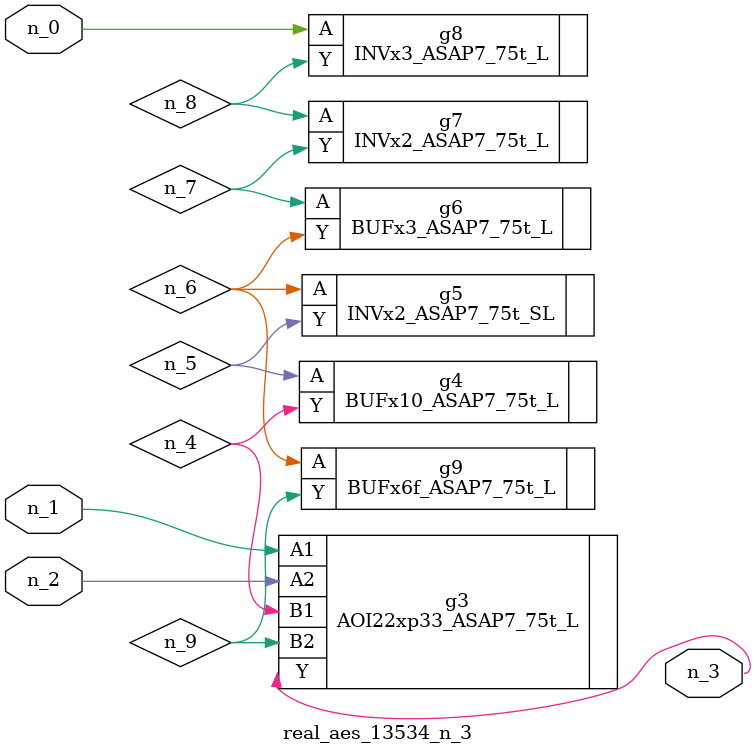
<source format=v>
module real_aes_13534_n_3 (n_0, n_2, n_1, n_3);
input n_0;
input n_2;
input n_1;
output n_3;
wire n_4;
wire n_5;
wire n_7;
wire n_9;
wire n_6;
wire n_8;
INVx3_ASAP7_75t_L g8 ( .A(n_0), .Y(n_8) );
AOI22xp33_ASAP7_75t_L g3 ( .A1(n_1), .A2(n_2), .B1(n_4), .B2(n_9), .Y(n_3) );
BUFx10_ASAP7_75t_L g4 ( .A(n_5), .Y(n_4) );
INVx2_ASAP7_75t_SL g5 ( .A(n_6), .Y(n_5) );
BUFx6f_ASAP7_75t_L g9 ( .A(n_6), .Y(n_9) );
BUFx3_ASAP7_75t_L g6 ( .A(n_7), .Y(n_6) );
INVx2_ASAP7_75t_L g7 ( .A(n_8), .Y(n_7) );
endmodule
</source>
